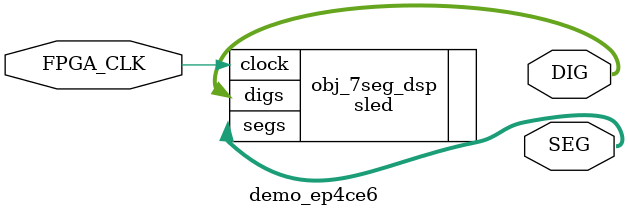
<source format=v>
/*
** demo_ep4ce6.v
**
**
*/


module demo_ep4ce6(input wire FPGA_CLK, output wire [3:0] DIG, output wire [7:0] SEG );
		sled obj_7seg_dsp( .clock(FPGA_CLK), .segs(SEG), .digs(DIG) );
endmodule

</source>
